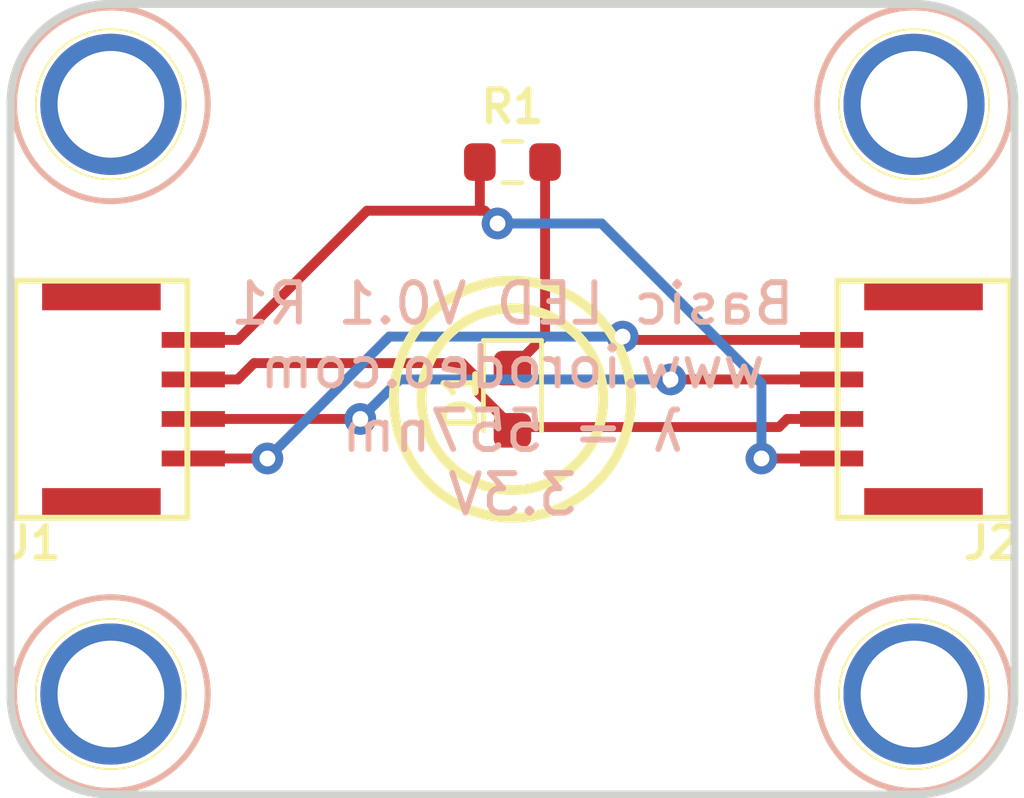
<source format=kicad_pcb>
(kicad_pcb (version 20221018) (generator pcbnew)
  (layers (0 "F.Cu" signal) (31 "B.Cu" signal) (34 "B.Paste" user) (35 "F.Paste" user) (36 "B.SilkS" user "B.Silkscreen") (37 "F.SilkS" user "F.Silkscreen") (38 "B.Mask" user) (39 "F.Mask" user) (44 "Edge.Cuts" user))
  (net 0 "")
  (net 1 "GND")
  (net 2 "Net-(D1-Pad1)")
  (net 3 "/3V3")
  (net 4 "/SCL")
  (net 5 "/SDA")
  (footprint "custom_mount_hole:MountingHole_2.5mm_Pad" (layer "F.Cu") (at 52.54 52.54)
    (fp_text reference "M1" hide)
    (fp_text value "MountingHole_2.5mm_Pad" hide)
    (fp_circle (center 0 0) (end 2.45 0) (stroke (width 0.15)) (fill none) (layer "B.SilkS"))
    (fp_circle (center 0 0) (end 1.9 0) (stroke (width 0.05)) (fill none) (layer "F.SilkS"))
    (fp_circle (center 0 0) (end 2.45 0) (stroke (width 0.15)) (fill none) (layer "F.SilkS"))
    (pad "~" thru_hole circle (at 0 0) (size 3.57 3.57) (drill 2.7) (layers "*.Cu" "*.Mask"))
  )
  (footprint "custom_mount_hole:MountingHole_2.5mm_Pad" (layer "F.Cu") (at 72.86 52.54)
    (fp_text reference "M2" hide)
    (fp_text value "MountingHole_2.5mm_Pad" hide)
    (fp_circle (center 0 0) (end 2.45 0) (stroke (width 0.15)) (fill none) (layer "B.SilkS"))
    (fp_circle (center 0 0) (end 1.9 0) (stroke (width 0.05)) (fill none) (layer "F.SilkS"))
    (fp_circle (center 0 0) (end 2.45 0) (stroke (width 0.15)) (fill none) (layer "F.SilkS"))
    (pad "~" thru_hole circle (at 0 0) (size 3.57 3.57) (drill 2.7) (layers "*.Cu" "*.Mask"))
  )
  (footprint "custom_mount_hole:MountingHole_2.5mm_Pad" (layer "F.Cu") (at 72.86 67.46)
    (fp_text reference "M3" hide)
    (fp_text value "MountingHole_2.5mm_Pad" hide)
    (fp_circle (center 0 0) (end 2.45 0) (stroke (width 0.15)) (fill none) (layer "B.SilkS"))
    (fp_circle (center 0 0) (end 1.9 0) (stroke (width 0.05)) (fill none) (layer "F.SilkS"))
    (fp_circle (center 0 0) (end 2.45 0) (stroke (width 0.15)) (fill none) (layer "F.SilkS"))
    (pad "~" thru_hole circle (at 0 0) (size 3.57 3.57) (drill 2.7) (layers "*.Cu" "*.Mask"))
  )
  (footprint "custom_mount_hole:MountingHole_2.5mm_Pad" (layer "F.Cu") (at 52.54 67.46)
    (fp_text reference "M4" hide)
    (fp_text value "MountingHole_2.5mm_Pad" hide)
    (fp_circle (center 0 0) (end 2.45 0) (stroke (width 0.15)) (fill none) (layer "B.SilkS"))
    (fp_circle (center 0 0) (end 1.9 0) (stroke (width 0.05)) (fill none) (layer "F.SilkS"))
    (fp_circle (center 0 0) (end 2.45 0) (stroke (width 0.15)) (fill none) (layer "F.SilkS"))
    (pad "~" thru_hole circle (at 0 0) (size 3.57 3.57) (drill 2.7) (layers "*.Cu" "*.Mask"))
  )
  (footprint "LED_SMD:LED_0603_1608Metric" (layer "F.Cu") (at 62.7 60 -90)
    (fp_text reference "D1" (at 0 1.3 270) (layer "F.SilkS") (effects (font (size 0.8 0.8) (thickness 0.16))))
    (fp_text value "LED_ALT" hide)
    (fp_line (start -1.485 -0.735) (end -1.485 0.735) (stroke (width 0.12)) (layer "F.SilkS"))
    (fp_line (start -1.485 0.735) (end 0.8 0.735) (stroke (width 0.12)) (layer "F.SilkS"))
    (fp_line (start 0.8 -0.735) (end -1.485 -0.735) (stroke (width 0.12)) (layer "F.SilkS"))
    (pad "1" smd roundrect (at -0.7875 0 270) (size 0.875 0.95) (layers "F.Cu" "F.Paste" "F.Mask") (net 2 "Net-(D1-Pad1)"))
    (pad "2" smd roundrect (at 0.7875 0 270) (size 0.875 0.95) (layers "F.Cu" "F.Paste" "F.Mask") (net 3 "/3V3"))
  )
  (footprint "BOOMELE_SH_SMD:BOOMELE_SMD_SH_4PIN_RT" (layer "F.Cu") (at 52.78 60 90)
    (fp_text reference "J1" (at -3.64 -2.2 180) (layer "F.SilkS") (effects (font (size 0.8 0.8) (thickness 0.16))))
    (fp_text value "Conn_01x04" hide)
    (fp_line (start -3 1.695) (end -3 -2.655) (stroke (width 0.15)) (layer "F.SilkS"))
    (fp_line (start 0 -2.655) (end -3 -2.655) (stroke (width 0.15)) (layer "F.SilkS"))
    (fp_line (start 3 -2.655) (end 0 -2.655) (stroke (width 0.15)) (layer "F.SilkS"))
    (fp_line (start 3 -2.655) (end 3 1.695) (stroke (width 0.15)) (layer "F.SilkS"))
    (fp_line (start 3 1.695) (end -3 1.695) (stroke (width 0.15)) (layer "F.SilkS"))
    (pad "" smd rect (at -2.65 -0.48 270) (size 0.8 3) (layers "F.Cu" "F.Paste" "F.Mask"))
    (pad "" smd rect (at 2.65 -0.48 270) (size 0.8 3) (layers "F.Cu" "F.Paste" "F.Mask"))
    (pad "1" smd rect (at 1.5 1.845 270) (size 0.4 1.6) (layers "F.Cu" "F.Paste" "F.Mask") (net 1 "GND"))
    (pad "2" smd rect (at 0.5 1.845 270) (size 0.4 1.6) (layers "F.Cu" "F.Paste" "F.Mask") (net 3 "/3V3"))
    (pad "3" smd rect (at -0.5 1.845 270) (size 0.4 1.6) (layers "F.Cu" "F.Paste" "F.Mask") (net 5 "/SDA"))
    (pad "4" smd rect (at -1.5 1.845 270) (size 0.4 1.6) (layers "F.Cu" "F.Paste" "F.Mask") (net 4 "/SCL"))
  )
  (footprint "BOOMELE_SH_SMD:BOOMELE_SMD_SH_4PIN_RT" (layer "F.Cu") (at 72.62 60 -90)
    (fp_text reference "J2" (at 3.64 -2.2 180) (layer "F.SilkS") (effects (font (size 0.8 0.8) (thickness 0.16))))
    (fp_text value "Conn_01x04" hide)
    (fp_line (start -3 1.695) (end -3 -2.655) (stroke (width 0.15)) (layer "F.SilkS"))
    (fp_line (start 0 -2.655) (end -3 -2.655) (stroke (width 0.15)) (layer "F.SilkS"))
    (fp_line (start 3 -2.655) (end 0 -2.655) (stroke (width 0.15)) (layer "F.SilkS"))
    (fp_line (start 3 -2.655) (end 3 1.695) (stroke (width 0.15)) (layer "F.SilkS"))
    (fp_line (start 3 1.695) (end -3 1.695) (stroke (width 0.15)) (layer "F.SilkS"))
    (pad "" smd rect (at -2.65 -0.48 90) (size 0.8 3) (layers "F.Cu" "F.Paste" "F.Mask"))
    (pad "" smd rect (at 2.65 -0.48 90) (size 0.8 3) (layers "F.Cu" "F.Paste" "F.Mask"))
    (pad "1" smd rect (at 1.5 1.845 90) (size 0.4 1.6) (layers "F.Cu" "F.Paste" "F.Mask") (net 1 "GND"))
    (pad "2" smd rect (at 0.5 1.845 90) (size 0.4 1.6) (layers "F.Cu" "F.Paste" "F.Mask") (net 3 "/3V3"))
    (pad "3" smd rect (at -0.5 1.845 90) (size 0.4 1.6) (layers "F.Cu" "F.Paste" "F.Mask") (net 5 "/SDA"))
    (pad "4" smd rect (at -1.5 1.845 90) (size 0.4 1.6) (layers "F.Cu" "F.Paste" "F.Mask") (net 4 "/SCL"))
  )
  (footprint "Resistor_SMD:R_0603_1608Metric" (layer "F.Cu") (at 62.7 54 180)
    (fp_text reference "R1" (at 0 1.4) (layer "F.SilkS") (effects (font (size 0.8 0.8) (thickness 0.16))))
    (fp_text value "51")
    (fp_line (start -0.237258 -0.5225) (end 0.237258 -0.5225) (stroke (width 0.12)) (layer "F.SilkS"))
    (fp_line (start -0.237258 0.5225) (end 0.237258 0.5225) (stroke (width 0.12)) (layer "F.SilkS"))
    (pad "1" smd roundrect (at -0.825 0 180) (size 0.8 0.95) (layers "F.Cu" "F.Paste" "F.Mask") (net 2 "Net-(D1-Pad1)"))
    (pad "2" smd roundrect (at 0.825 0 180) (size 0.8 0.95) (layers "F.Cu" "F.Paste" "F.Mask") (net 1 "GND"))
  )
  (gr_circle (center 62.7 60) (end 65 60) (stroke (width 0.25)) (fill none) (layer "F.SilkS"))
  (gr_circle (center 62.7 60) (end 65.7 60) (stroke (width 0.25)) (fill none) (layer "F.SilkS"))
  (gr_arc (start 72.9 50) (mid 74.667767 50.732233) (end 75.4 52.5) (stroke (width 0.2)) (layer "Edge.Cuts"))
  (gr_arc (start 52.5 70) (mid 50.732233 69.267767) (end 50 67.5) (stroke (width 0.2)) (layer "Edge.Cuts"))
  (gr_line (start 52.5 50) (end 72.9 50) (stroke (width 0.2)) (layer "Edge.Cuts"))
  (gr_arc (start 50 52.5) (mid 50.732233 50.732233) (end 52.5 50) (stroke (width 0.2)) (layer "Edge.Cuts"))
  (gr_arc (start 75.4 67.5) (mid 74.667767 69.267767) (end 72.9 70) (stroke (width 0.2)) (layer "Edge.Cuts"))
  (gr_line (start 50 52.5) (end 50 67.5) (stroke (width 0.2)) (layer "Edge.Cuts"))
  (gr_line (start 52.5 70) (end 72.9 70) (stroke (width 0.2)) (layer "Edge.Cuts"))
  (gr_line (start 75.4 52.5) (end 75.4 67.5) (stroke (width 0.2)) (layer "Edge.Cuts"))
  (gr_text "Basic LED V0.1 R1\nwww.iorodeo.com\nλ = 557nm\n3.3V" (at 62.7 60) (layer "B.SilkS") (effects (font (size 1 1)) (justify mirror)))
  (segment (start 61.9995 55.2314) (end 61.875 55.2314) (width 0.25) (layer "F.Cu") (net 1))
  (segment (start 61.875 55.2314) (end 59.0189 55.2314) (width 0.25) (layer "F.Cu") (net 1))
  (segment (start 54.625 58.5) (end 55.7503 58.5) (width 0.25) (layer "F.Cu") (net 1))
  (segment (start 59.0189 55.2314) (end 55.7503 58.5) (width 0.25) (layer "F.Cu") (net 1))
  (segment (start 62.3226 55.5545) (end 61.9995 55.2314) (width 0.25) (layer "F.Cu") (net 1))
  (segment (start 70.775 61.5) (end 69.6497 61.5) (width 0.25) (layer "F.Cu") (net 1))
  (segment (start 69.6497 61.5) (end 69 61.5) (width 0.25) (layer "F.Cu") (net 1))
  (segment (start 61.875 55.2314) (end 61.875 54) (width 0.25) (layer "F.Cu") (net 1))
  (via (at 69 61.5) (size 0.8) (drill 0.4) (layers "F.Cu" "B.Cu") (net 1))
  (via (at 62.3226 55.5545) (size 0.8) (drill 0.4) (layers "F.Cu" "B.Cu") (net 1))
  (segment (start 64.9545 55.5545) (end 63.8275 55.5545) (width 0.25) (layer "B.Cu") (net 1))
  (segment (start 63.8275 55.5545) (end 62.3226 55.5545) (width 0.25) (layer "B.Cu") (net 1))
  (segment (start 69 61.5) (end 69 59.6) (width 0.25) (layer "B.Cu") (net 1))
  (segment (start 69 59.6) (end 64.9545 55.5545) (width 0.25) (layer "B.Cu") (net 1))
  (segment (start 63.525 54) (end 63.525 58.3875) (width 0.25) (layer "F.Cu") (net 2))
  (segment (start 63.525 58.3875) (end 62.7 59.2125) (width 0.25) (layer "F.Cu") (net 2))
  (segment (start 61.8463 59.5119) (end 61.4215 59.0871) (width 0.25) (layer "F.Cu") (net 3))
  (segment (start 62.7 60.7875) (end 62.7 60.7047) (width 0.25) (layer "F.Cu") (net 3))
  (segment (start 56.1632 59.0871) (end 55.7503 59.5) (width 0.25) (layer "F.Cu") (net 3))
  (segment (start 54.625 59.5) (end 55.7503 59.5) (width 0.25) (layer "F.Cu") (net 3))
  (segment (start 61.8463 59.851) (end 61.8463 59.5119) (width 0.25) (layer "F.Cu") (net 3))
  (segment (start 62.7 60.7047) (end 69.445 60.7047) (width 0.25) (layer "F.Cu") (net 3))
  (segment (start 62.7 60.7047) (end 61.8463 59.851) (width 0.25) (layer "F.Cu") (net 3))
  (segment (start 69.445 60.7047) (end 69.6497 60.5) (width 0.25) (layer "F.Cu") (net 3))
  (segment (start 70.775 60.5) (end 69.6497 60.5) (width 0.25) (layer "F.Cu") (net 3))
  (segment (start 61.4215 59.0871) (end 56.1632 59.0871) (width 0.25) (layer "F.Cu") (net 3))
  (segment (start 55.7503 61.5) (end 56.5 61.5) (width 0.25) (layer "F.Cu") (net 4))
  (segment (start 65.5706 58.5) (end 65.4872 58.4166) (width 0.25) (layer "F.Cu") (net 4))
  (segment (start 70.775 58.5) (end 65.5706 58.5) (width 0.25) (layer "F.Cu") (net 4))
  (segment (start 54.625 61.5) (end 55.7503 61.5) (width 0.25) (layer "F.Cu") (net 4))
  (via (at 65.4872 58.4166) (size 0.8) (drill 0.4) (layers "F.Cu" "B.Cu") (net 4))
  (via (at 56.5 61.5) (size 0.8) (drill 0.4) (layers "F.Cu" "B.Cu") (net 4))
  (segment (start 59.5834 58.4166) (end 59.5 58.5) (width 0.25) (layer "B.Cu") (net 4))
  (segment (start 65.4872 58.4166) (end 59.5834 58.4166) (width 0.25) (layer "B.Cu") (net 4))
  (segment (start 59.5 58.5) (end 56.5 61.5) (width 0.25) (layer "B.Cu") (net 4))
  (segment (start 54.625 60.5) (end 58.85 60.5) (width 0.25) (layer "F.Cu") (net 5))
  (segment (start 70.775 59.5) (end 69.6497 59.5) (width 0.25) (layer "F.Cu") (net 5))
  (segment (start 69.6497 59.5) (end 66.7 59.5) (width 0.25) (layer "F.Cu") (net 5))
  (via (at 66.7 59.5) (size 0.8) (drill 0.4) (layers "F.Cu" "B.Cu") (net 5))
  (via (at 58.85 60.5) (size 0.8) (drill 0.4) (layers "F.Cu" "B.Cu") (net 5))
  (segment (start 66.7 59.5) (end 59.85 59.5) (width 0.25) (layer "B.Cu") (net 5))
  (segment (start 58.85 60.5) (end 59.85 59.5) (width 0.25) (layer "B.Cu") (net 5))
)
</source>
